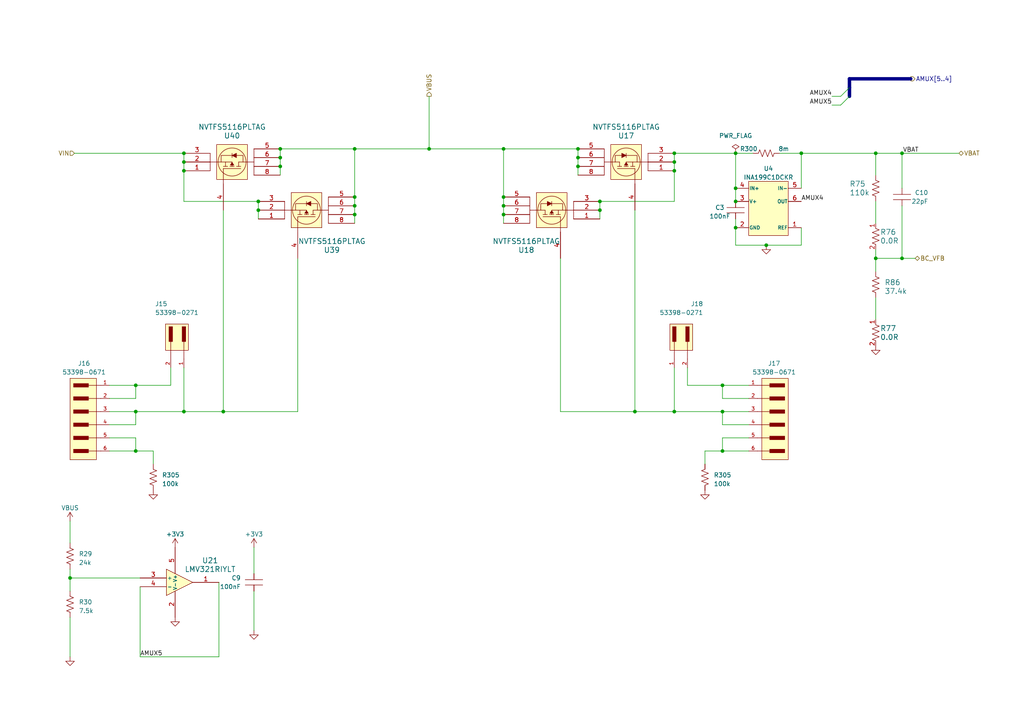
<source format=kicad_sch>
(kicad_sch (version 20230121) (generator eeschema)
  (paper "A4")
  (lib_symbols
    (symbol "533980271:53398-0271" (pin_names (offset 0))
      (property "Reference" "J15" (at -12.7 -1.27 0))
      (property "Value" "53398-0271" (at -12.7 -3.81 0))
      (symbol "53398-0271_1_1"
        (rectangle (start -16.51 6.35) (end -8.89 -0.254) (fill (type background)))
        (rectangle (start -15.748 1.778) (end -11.43 0.762) (fill (type outline)))
        (rectangle (start -15.748 5.588) (end -11.43 4.572) (fill (type outline)))
        (polyline (pts (xy -11.938 1.27) (xy -6.35 1.27)))
        (polyline (pts (xy -11.938 5.08) (xy -6.35 5.08)))
        (pin passive line (at -3.81 5.08 180) (length 2.54) (name "") (number "1"))
        (pin passive line (at -3.81 1.27 180) (length 2.54) (name "") (number "2"))
        (pin no_connect line (at -25.4 5.08 180) (length 2.54) hide (name "MNT_1") (number "3"))
        (pin no_connect line (at -25.4 1.27 180) (length 2.54) hide (name "MNT_2") (number "4"))
      )
    )
    (symbol "533980671:53398-0671" (pin_names (offset 0))
      (property "Reference" "J16" (at -8.89 3.81 0))
      (property "Value" "53398-0671" (at -8.89 1.27 0))
      (symbol "53398-0671_1_1"
        (rectangle (start -12.7 -0.508) (end -5.08 -24.13) (fill (type background)))
        (rectangle (start -11.684 -21.082) (end -7.366 -22.098) (fill (type outline)))
        (rectangle (start -11.684 -17.272) (end -7.366 -18.288) (fill (type outline)))
        (rectangle (start -11.684 -13.462) (end -7.366 -14.478) (fill (type outline)))
        (rectangle (start -11.684 -9.652) (end -7.366 -10.668) (fill (type outline)))
        (rectangle (start -11.684 -5.842) (end -7.366 -6.858) (fill (type outline)))
        (rectangle (start -11.684 -2.032) (end -7.366 -3.048) (fill (type outline)))
        (polyline (pts (xy -9.398 -21.59) (xy -3.81 -21.59)))
        (polyline (pts (xy -9.398 -17.78) (xy -3.81 -17.78)))
        (polyline (pts (xy -9.398 -13.97) (xy -3.81 -13.97)))
        (polyline (pts (xy -9.398 -10.16) (xy -3.81 -10.16)))
        (polyline (pts (xy -9.398 -6.35) (xy -3.81 -6.35)))
        (polyline (pts (xy -9.398 -2.54) (xy -3.81 -2.54)))
        (pin passive line (at -1.27 -2.54 180) (length 2.54) (name "") (number "1"))
        (pin passive line (at -1.27 -6.35 180) (length 2.54) (name "") (number "2"))
        (pin passive line (at -1.27 -10.16 180) (length 2.54) (name "") (number "3"))
        (pin passive line (at -1.27 -13.97 180) (length 2.54) (name "") (number "4"))
        (pin passive line (at -1.27 -17.78 180) (length 2.54) (name "") (number "5"))
        (pin passive line (at -1.27 -21.59 180) (length 2.54) (name "") (number "6"))
        (pin no_connect line (at -21.59 -10.16 180) (length 2.54) hide (name "MNT_1") (number "7"))
        (pin no_connect line (at -21.59 -13.97 180) (length 2.54) hide (name "MNT_2") (number "8"))
      )
    )
    (symbol "C0603C104K5RACTU:C0603C104K5RACTU" (pin_numbers hide) (pin_names (offset 1.016) hide)
      (property "Reference" "C44" (at 5.08 -1.397 0))
      (property "Value" "100nF" (at 5.08 -3.937 0))
      (symbol "C0603C104K5RACTU_1_1"
        (polyline (pts (xy 2.54 -3.302) (xy -2.54 -3.302)))
        (polyline (pts (xy 2.54 -1.778) (xy -2.54 -1.778)))
        (pin passive line (at 0 0 270) (length 1.778) (name "1") (number "1"))
        (pin passive line (at 0 -5.08 90) (length 1.778) (name "2") (number "2"))
      )
    )
    (symbol "C0603C220K5RACAUTO:C0603C220K5RACAUTO" (pin_numbers hide) (pin_names (offset 1.016) hide)
      (property "Reference" "C44" (at 5.08 -1.397 0))
      (property "Value" "22pF" (at 5.08 -3.937 0))
      (symbol "C0603C220K5RACAUTO_1_1"
        (polyline (pts (xy 2.54 -3.302) (xy -2.54 -3.302)))
        (polyline (pts (xy 2.54 -1.778) (xy -2.54 -1.778)))
        (pin passive line (at 0 0 270) (length 1.778) (name "1") (number "1"))
        (pin passive line (at 0 -5.08 90) (length 1.778) (name "2") (number "2"))
      )
    )
    (symbol "CRCW06030000Z0EAHP:CRCW06030000Z0EAHP" (pin_names (offset 0.254))
      (property "Reference" "R" (at 6.35 5.08 0))
      (property "Value" "0.0R" (at 6.35 2.54 0))
      (symbol "CRCW06030000Z0EAHP_0_1"
        (polyline (pts (xy 4.064 0) (xy 3.81 0)))
        (polyline (pts (xy 8.636 0) (xy 8.89 0)))
        (polyline (pts (xy 4.064 0) (xy 4.445 1.016) (xy 4.826 0) (xy 5.207 -1.016) (xy 5.588 0)))
        (polyline (pts (xy 5.588 0) (xy 5.969 1.016) (xy 6.35 0) (xy 6.731 -1.016) (xy 7.112 0)))
        (polyline (pts (xy 7.112 0) (xy 7.493 1.016) (xy 7.874 0) (xy 8.255 -1.016) (xy 8.636 0)))
      )
      (symbol "CRCW06030000Z0EAHP_1_1"
        (pin passive line (at 2.54 0 0) (length 1.27) (name "") (number "1"))
        (pin passive line (at 10.16 0 180) (length 1.27) (name "") (number "2"))
      )
      (symbol "CRCW06030000Z0EAHP_1_2"
        (polyline (pts (xy -1.27 3.175) (xy 1.27 4.445)) (stroke (width 0.2032)))
        (polyline (pts (xy -1.27 5.715) (xy 1.27 6.985)) (stroke (width 0.2032)))
        (polyline (pts (xy -1.27 8.255) (xy 1.27 9.525)) (stroke (width 0.2032)))
        (polyline (pts (xy 0 2.54) (xy -1.27 3.175)) (stroke (width 0.2032)))
        (polyline (pts (xy 1.27 4.445) (xy -1.27 5.715)) (stroke (width 0.2032)))
        (polyline (pts (xy 1.27 6.985) (xy -1.27 8.255)) (stroke (width 0.2032)))
        (polyline (pts (xy 1.27 9.525) (xy 0 10.16)) (stroke (width 0.2032)))
        (pin unspecified line (at 0 12.7 270) (length 2.54) (name "") (number "1"))
        (pin unspecified line (at 0 0 90) (length 2.54) (name "") (number "2"))
      )
    )
    (symbol "CRCW0603100KFKEAHP:CRCW0603100KFKEAHP" (pin_numbers hide) (pin_names (offset 0.762) hide)
      (property "Reference" "R" (at 3.81 5.08 0))
      (property "Value" "100k" (at 3.81 2.54 0))
      (symbol "CRCW0603100KFKEAHP_0_1"
        (polyline (pts (xy 4.064 0) (xy 3.81 0)))
        (polyline (pts (xy 8.636 0) (xy 8.89 0)))
        (polyline (pts (xy 4.064 0) (xy 4.445 1.016) (xy 4.826 0) (xy 5.207 -1.016) (xy 5.588 0)))
        (polyline (pts (xy 5.588 0) (xy 5.969 1.016) (xy 6.35 0) (xy 6.731 -1.016) (xy 7.112 0)))
        (polyline (pts (xy 7.112 0) (xy 7.493 1.016) (xy 7.874 0) (xy 8.255 -1.016) (xy 8.636 0)))
      )
      (symbol "CRCW0603100KFKEAHP_1_1"
        (pin passive line (at 2.54 0 0) (length 1.27) (name "") (number "1"))
        (pin passive line (at 10.16 0 180) (length 1.27) (name "") (number "2"))
      )
    )
    (symbol "CRCW0603110KFKEAHP:CRCW0603110KFKEAHP" (pin_numbers hide) (pin_names (offset 0.254) hide)
      (property "Reference" "R" (at 6.35 5.08 0))
      (property "Value" "110k" (at 6.35 2.54 0))
      (symbol "CRCW0603110KFKEAHP_0_1"
        (polyline (pts (xy 4.064 0) (xy 3.81 0)))
        (polyline (pts (xy 8.636 0) (xy 8.89 0)))
        (polyline (pts (xy 4.064 0) (xy 4.445 1.016) (xy 4.826 0) (xy 5.207 -1.016) (xy 5.588 0)))
        (polyline (pts (xy 5.588 0) (xy 5.969 1.016) (xy 6.35 0) (xy 6.731 -1.016) (xy 7.112 0)))
        (polyline (pts (xy 7.112 0) (xy 7.493 1.016) (xy 7.874 0) (xy 8.255 -1.016) (xy 8.636 0)))
      )
      (symbol "CRCW0603110KFKEAHP_1_1"
        (pin passive line (at 2.54 0 0) (length 1.27) (name "") (number "1"))
        (pin passive line (at 10.16 0 180) (length 1.27) (name "") (number "2"))
      )
      (symbol "CRCW0603110KFKEAHP_1_2"
        (polyline (pts (xy -1.27 3.175) (xy 1.27 4.445)) (stroke (width 0.2032)))
        (polyline (pts (xy -1.27 5.715) (xy 1.27 6.985)) (stroke (width 0.2032)))
        (polyline (pts (xy -1.27 8.255) (xy 1.27 9.525)) (stroke (width 0.2032)))
        (polyline (pts (xy 0 2.54) (xy -1.27 3.175)) (stroke (width 0.2032)))
        (polyline (pts (xy 1.27 4.445) (xy -1.27 5.715)) (stroke (width 0.2032)))
        (polyline (pts (xy 1.27 6.985) (xy -1.27 8.255)) (stroke (width 0.2032)))
        (polyline (pts (xy 1.27 9.525) (xy 0 10.16)) (stroke (width 0.2032)))
        (pin unspecified line (at 0 12.7 270) (length 2.54) (name "") (number "1"))
        (pin unspecified line (at 0 0 90) (length 2.54) (name "") (number "2"))
      )
    )
    (symbol "CRCW060324K0FKEAHP:RES" (pin_numbers hide) (pin_names (offset -2.54) hide)
      (property "Reference" "R" (at 6.35 5.08 0))
      (property "Value" "24k" (at 6.35 2.54 0))
      (symbol "RES_0_1"
        (polyline (pts (xy 4.064 0) (xy 3.81 0)))
        (polyline (pts (xy 8.636 0) (xy 8.89 0)))
        (polyline (pts (xy 4.064 0) (xy 4.445 1.016) (xy 4.826 0) (xy 5.207 -1.016) (xy 5.588 0)))
        (polyline (pts (xy 5.588 0) (xy 5.969 1.016) (xy 6.35 0) (xy 6.731 -1.016) (xy 7.112 0)))
        (polyline (pts (xy 7.112 0) (xy 7.493 1.016) (xy 7.874 0) (xy 8.255 -1.016) (xy 8.636 0)))
      )
      (symbol "RES_1_1"
        (pin passive line (at 2.54 0 0) (length 1.27) (name "") (number "1"))
        (pin passive line (at 10.16 0 180) (length 1.27) (name "") (number "2"))
      )
    )
    (symbol "CRCW060337K4FKEAHP:CRCW060337K4FKEAHP" (pin_numbers hide) (pin_names (offset 0.254) hide)
      (property "Reference" "R" (at 6.35 5.08 0))
      (property "Value" "37.4k" (at 6.35 2.54 0))
      (symbol "CRCW060337K4FKEAHP_0_1"
        (polyline (pts (xy 4.064 0) (xy 3.81 0)))
        (polyline (pts (xy 8.636 0) (xy 8.89 0)))
        (polyline (pts (xy 4.064 0) (xy 4.445 1.016) (xy 4.826 0) (xy 5.207 -1.016) (xy 5.588 0)))
        (polyline (pts (xy 5.588 0) (xy 5.969 1.016) (xy 6.35 0) (xy 6.731 -1.016) (xy 7.112 0)))
        (polyline (pts (xy 7.112 0) (xy 7.493 1.016) (xy 7.874 0) (xy 8.255 -1.016) (xy 8.636 0)))
      )
      (symbol "CRCW060337K4FKEAHP_1_1"
        (pin passive line (at 2.54 0 0) (length 1.27) (name "") (number "1"))
        (pin passive line (at 10.16 0 180) (length 1.27) (name "") (number "2"))
      )
      (symbol "CRCW060337K4FKEAHP_1_2"
        (polyline (pts (xy -1.27 3.175) (xy 1.27 4.445)) (stroke (width 0.2032)))
        (polyline (pts (xy -1.27 5.715) (xy 1.27 6.985)) (stroke (width 0.2032)))
        (polyline (pts (xy -1.27 8.255) (xy 1.27 9.525)) (stroke (width 0.2032)))
        (polyline (pts (xy 0 2.54) (xy -1.27 3.175)) (stroke (width 0.2032)))
        (polyline (pts (xy 1.27 4.445) (xy -1.27 5.715)) (stroke (width 0.2032)))
        (polyline (pts (xy 1.27 6.985) (xy -1.27 8.255)) (stroke (width 0.2032)))
        (polyline (pts (xy 1.27 9.525) (xy 0 10.16)) (stroke (width 0.2032)))
        (pin unspecified line (at 0 12.7 270) (length 2.54) (name "") (number "1"))
        (pin unspecified line (at 0 0 90) (length 2.54) (name "") (number "2"))
      )
    )
    (symbol "CRCW06037K50FKEAHP:CRCW06037K50FKEAHP" (pin_numbers hide) (pin_names (offset 1.016) hide)
      (property "Reference" "R" (at 5.08 5.08 0))
      (property "Value" "7.5k" (at 3.81 2.54 0))
      (symbol "CRCW06037K50FKEAHP_0_1"
        (polyline (pts (xy 4.064 0) (xy 3.81 0)))
        (polyline (pts (xy 8.636 0) (xy 8.89 0)))
        (polyline (pts (xy 4.064 0) (xy 4.445 1.016) (xy 4.826 0) (xy 5.207 -1.016) (xy 5.588 0)))
        (polyline (pts (xy 5.588 0) (xy 5.969 1.016) (xy 6.35 0) (xy 6.731 -1.016) (xy 7.112 0)))
        (polyline (pts (xy 7.112 0) (xy 7.493 1.016) (xy 7.874 0) (xy 8.255 -1.016) (xy 8.636 0)))
      )
      (symbol "CRCW06037K50FKEAHP_1_1"
        (pin passive line (at 2.54 0 0) (length 1.27) (name "") (number "1"))
        (pin passive line (at 10.16 0 180) (length 1.27) (name "") (number "2"))
      )
    )
    (symbol "INA199C1DCKR:INA199xxDCK" (pin_names (offset 0.127))
      (property "Reference" "U" (at 21.336 25.146 0))
      (property "Value" "INA199xxDCK" (at 16.51 22.86 0))
      (symbol "INA199xxDCK_1_1"
        (rectangle (start 16.51 21.082) (end 27.94 5.334) (fill (type background)))
        (pin input line (at 31.75 7.62 180) (length 3.81) (name "REF") (number "1"))
        (pin power_in line (at 12.7 7.62 0) (length 3.81) (name "GND") (number "2"))
        (pin power_in line (at 12.7 15.24 0) (length 3.81) (name "V+") (number "3"))
        (pin input line (at 12.7 19.05 0) (length 3.81) (name "IN+") (number "4"))
        (pin input line (at 31.75 19.05 180) (length 3.81) (name "IN-") (number "5"))
        (pin output line (at 31.75 15.24 180) (length 3.81) (name "OUT") (number "6"))
      )
    )
    (symbol "LMV321RIYLT:LMV321RIYLT" (pin_names (offset 0.254))
      (property "Reference" "U" (at 8.89 -1.27 0))
      (property "Value" "LMV321RIYLT" (at 8.89 -3.81 0))
      (symbol "LMV321RIYLT_1_1"
        (polyline (pts (xy -2.54 5.08) (xy -2.54 -2.54) (xy 5.08 1.27) (xy -2.54 5.08)) (fill (type background)))
        (pin output line (at 12.7 1.27 180) (length 7.62) (name "") (number "1"))
        (pin power_in line (at 0 -8.89 90) (length 7.62) (name "V-") (number "2"))
        (pin input line (at -10.16 2.54 0) (length 7.62) (name "+") (number "3"))
        (pin input line (at -10.16 0 0) (length 7.62) (name "-") (number "4"))
        (pin power_in line (at 0 11.43 270) (length 7.62) (name "V+") (number "5"))
      )
    )
    (symbol "NVTFS5116PLWFTAG:NVTFS5116PLTAG" (pin_names (offset 0.254))
      (property "Reference" "U" (at 35.56 -12.7 0))
      (property "Value" "NVTFS5116PLTAG" (at 35.56 -15.24 0))
      (symbol "NVTFS5116PLTAG_0_1"
        (polyline (pts (xy 13.97 -16.51) (xy 18.415 -16.51)))
        (polyline (pts (xy 18.415 -11.43) (xy 18.415 -16.51)))
        (polyline (pts (xy 19.05 -16.51) (xy 19.05 -15.24)))
        (polyline (pts (xy 19.05 -15.875) (xy 20.32 -15.875)))
        (polyline (pts (xy 19.05 -14.605) (xy 19.05 -13.335)))
        (polyline (pts (xy 19.05 -13.97) (xy 20.32 -13.97)))
        (polyline (pts (xy 19.05 -12.7) (xy 19.05 -11.43)))
        (polyline (pts (xy 19.05 -12.065) (xy 20.32 -12.065)))
        (polyline (pts (xy 19.685 -13.462) (xy 19.685 -13.462)))
        (polyline (pts (xy 20.32 -13.97) (xy 20.32 -20.32)))
        (polyline (pts (xy 20.32 -12.065) (xy 20.32 -7.62)))
        (polyline (pts (xy 21.59 -13.97) (xy 22.86 -13.97)))
        (polyline (pts (xy 22.86 -20.32) (xy 17.78 -20.32)))
        (polyline (pts (xy 24.13 -7.62) (xy 16.51 -7.62)))
        (polyline (pts (xy 20.32 -10.795) (xy 22.225 -10.795) (xy 22.225 -17.145) (xy 20.32 -17.145)))
        (circle (center 20.32 -13.97) (radius 4.066))
      )
      (symbol "NVTFS5116PLTAG_1_1"
        (polyline (pts (xy 19.431 -13.462) (xy 19.431 -14.478) (xy 20.193 -13.97) (xy 19.431 -13.462)) (fill (type outline)))
        (polyline (pts (xy 21.59 -12.7) (xy 22.86 -12.7) (xy 22.225 -13.97) (xy 21.59 -12.7)) (fill (type outline)))
        (rectangle (start 15.24 -9.525) (end 25.4 -18.415) (fill (type background)))
        (pin passive line (at 17.78 -27.94 90) (length 7.62) (name "") (number "1"))
        (pin passive line (at 20.32 -27.94 90) (length 7.62) (name "") (number "2"))
        (pin passive line (at 22.86 -27.94 90) (length 7.62) (name "") (number "3"))
        (pin passive line (at 6.35 -16.51 0) (length 7.62) (name "") (number "4"))
        (pin passive line (at 24.13 0 270) (length 7.62) (name "") (number "5"))
        (pin passive line (at 21.59 0 270) (length 7.62) (name "") (number "6"))
        (pin passive line (at 19.05 0 270) (length 7.62) (name "") (number "7"))
        (pin passive line (at 16.51 0 270) (length 7.62) (name "") (number "8"))
      )
    )
    (symbol "WSL20108L000FEA18:WSL20108L000FEA18" (pin_numbers hide) (pin_names (offset 0.254) hide)
      (property "Reference" "R" (at 6.35 5.08 0))
      (property "Value" "8m" (at 6.35 2.54 0))
      (symbol "WSL20108L000FEA18_0_1"
        (polyline (pts (xy 4.064 0) (xy 3.81 0)))
        (polyline (pts (xy 8.636 0) (xy 8.89 0)))
        (polyline (pts (xy 4.064 0) (xy 4.445 1.016) (xy 4.826 0) (xy 5.207 -1.016) (xy 5.588 0)))
        (polyline (pts (xy 5.588 0) (xy 5.969 1.016) (xy 6.35 0) (xy 6.731 -1.016) (xy 7.112 0)))
        (polyline (pts (xy 7.112 0) (xy 7.493 1.016) (xy 7.874 0) (xy 8.255 -1.016) (xy 8.636 0)))
      )
      (symbol "WSL20108L000FEA18_1_1"
        (pin passive line (at 2.54 0 0) (length 1.27) (name "") (number "1"))
        (pin passive line (at 10.16 0 180) (length 1.27) (name "") (number "2"))
      )
      (symbol "WSL20108L000FEA18_1_2"
        (polyline (pts (xy -1.27 3.175) (xy 1.27 4.445)) (stroke (width 0.2032)))
        (polyline (pts (xy -1.27 5.715) (xy 1.27 6.985)) (stroke (width 0.2032)))
        (polyline (pts (xy -1.27 8.255) (xy 1.27 9.525)) (stroke (width 0.2032)))
        (polyline (pts (xy 0 2.54) (xy -1.27 3.175)) (stroke (width 0.2032)))
        (polyline (pts (xy 1.27 4.445) (xy -1.27 5.715)) (stroke (width 0.2032)))
        (polyline (pts (xy 1.27 6.985) (xy -1.27 8.255)) (stroke (width 0.2032)))
        (polyline (pts (xy 1.27 9.525) (xy 0 10.16)) (stroke (width 0.2032)))
        (pin unspecified line (at 0 12.7 270) (length 2.54) (name "") (number "1"))
        (pin unspecified line (at 0 0 90) (length 2.54) (name "") (number "2"))
      )
    )
    (symbol "power:+3V3" (power) (pin_names (offset 0))
      (property "Value" "+3V3" (at 0 3.556 0))
      (symbol "+3V3_0_1"
        (polyline (pts (xy -0.762 1.27) (xy 0 2.54)))
        (polyline (pts (xy 0 0) (xy 0 2.54)))
        (polyline (pts (xy 0 2.54) (xy 0.762 1.27)))
      )
      (symbol "+3V3_1_1"
        (pin power_in line (at 0 0 90) (length 0) hide (name "+3V3") (number "1"))
      )
    )
    (symbol "power:GND" (power) (pin_names (offset 0))
      (property "Value" "GND" (at 0 -3.81 0))
      (symbol "GND_0_1"
        (polyline (pts (xy 0 0) (xy 0 -1.27) (xy 1.27 -1.27) (xy 0 -2.54) (xy -1.27 -1.27) (xy 0 -1.27)))
      )
      (symbol "GND_1_1"
        (pin power_in line (at 0 0 270) (length 0) hide (name "GND") (number "1"))
      )
    )
    (symbol "power:PWR_FLAG" (power) (pin_numbers hide) (pin_names (offset 0) hide)
      (property "Value" "PWR_FLAG" (at 0 3.81 0))
      (symbol "PWR_FLAG_0_0"
        (pin power_out line (at 0 0 90) (length 0) (name "pwr") (number "1"))
      )
      (symbol "PWR_FLAG_0_1"
        (polyline (pts (xy 0 0) (xy 0 1.27) (xy -1.016 1.905) (xy 0 2.54) (xy 1.016 1.905) (xy 0 1.27)))
      )
    )
    (symbol "power:VBUS" (power) (pin_names (offset 0))
      (property "Value" "VBUS" (at 0 3.81 0))
      (symbol "VBUS_0_1"
        (polyline (pts (xy -0.762 1.27) (xy 0 2.54)))
        (polyline (pts (xy 0 0) (xy 0 2.54)))
        (polyline (pts (xy 0 2.54) (xy 0.762 1.27)))
      )
      (symbol "VBUS_1_1"
        (pin power_in line (at 0 0 90) (length 0) hide (name "VBUS") (number "1"))
      )
    )
  )
  (junction (at 146.05 57.15))
  (junction (at 254 44.45))
  (junction (at 146.05 43.18))
  (junction (at 53.34 44.45))
  (junction (at 64.77 119.38))
  (junction (at 81.28 48.26))
  (junction (at 222.25 71.12))
  (junction (at 209.55 130.81))
  (junction (at 195.58 119.38))
  (junction (at 261.62 74.93))
  (junction (at 74.93 58.42))
  (junction (at 81.28 43.18))
  (junction (at 53.34 46.99))
  (junction (at 102.87 59.69))
  (junction (at 74.93 60.96))
  (junction (at 20.32 167.64))
  (junction (at 81.28 45.72))
  (junction (at 213.36 66.04))
  (junction (at 146.05 59.69))
  (junction (at 102.87 62.23))
  (junction (at 213.36 54.61))
  (junction (at 209.55 119.38))
  (junction (at 146.05 62.23))
  (junction (at 39.37 111.76))
  (junction (at 209.55 111.76))
  (junction (at 184.15 119.38))
  (junction (at 213.36 58.42))
  (junction (at 102.87 43.18))
  (junction (at 173.99 58.42))
  (junction (at 195.58 49.53))
  (junction (at 167.64 45.72))
  (junction (at 195.58 46.99))
  (junction (at 53.34 119.38))
  (junction (at 254 74.93))
  (junction (at 39.37 119.38))
  (junction (at 102.87 57.15))
  (junction (at 232.41 44.45))
  (junction (at 261.62 44.45))
  (junction (at 195.58 44.45))
  (junction (at 167.64 43.18))
  (junction (at 53.34 49.53))
  (junction (at 213.36 44.45))
  (junction (at 173.99 60.96))
  (junction (at 167.64 48.26))
  (junction (at 124.46 43.18))
  (junction (at 39.37 130.81))
  (bus_entry (at 246.38 27.94) (size -2.54 2.54))
  (bus_entry (at 246.38 25.4) (size -2.54 2.54))
  (wire (pts (xy 86.36 119.38) (xy 64.77 119.38)))
  (wire (pts (xy 74.93 58.42) (xy 74.93 60.96)))
  (wire (pts (xy 39.37 111.76) (xy 49.53 111.76)))
  (wire (pts (xy 232.41 71.12) (xy 232.41 66.04)))
  (wire (pts (xy 261.62 74.93) (xy 265.43 74.93)))
  (wire (pts (xy 20.32 151.13) (xy 20.32 157.48)))
  (wire (pts (xy 102.87 43.18) (xy 81.28 43.18)))
  (wire (pts (xy 254 58.42) (xy 254 64.77)))
  (wire (pts (xy 81.28 45.72) (xy 81.28 48.26)))
  (wire (pts (xy 44.45 130.81) (xy 44.45 134.62)))
  (wire (pts (xy 20.32 165.1) (xy 20.32 167.64)))
  (wire (pts (xy 173.99 58.42) (xy 173.99 60.96)))
  (wire (pts (xy 39.37 119.38) (xy 53.34 119.38)))
  (wire (pts (xy 195.58 119.38) (xy 184.15 119.38)))
  (wire (pts (xy 261.62 59.69) (xy 261.62 74.93)))
  (wire (pts (xy 53.34 119.38) (xy 53.34 106.68)))
  (wire (pts (xy 217.17 111.76) (xy 209.55 111.76)))
  (wire (pts (xy 102.87 62.23) (xy 102.87 64.77)))
  (wire (pts (xy 209.55 123.19) (xy 209.55 119.38)))
  (wire (pts (xy 102.87 43.18) (xy 102.87 57.15)))
  (wire (pts (xy 162.56 119.38) (xy 184.15 119.38)))
  (wire (pts (xy 146.05 57.15) (xy 146.05 59.69)))
  (wire (pts (xy 49.53 111.76) (xy 49.53 106.68)))
  (wire (pts (xy 102.87 59.69) (xy 102.87 62.23)))
  (wire (pts (xy 209.55 119.38) (xy 195.58 119.38)))
  (wire (pts (xy 39.37 130.81) (xy 44.45 130.81)))
  (bus (pts (xy 246.38 22.86) (xy 246.38 25.4)) (stroke (width 1)))
  (wire (pts (xy 53.34 58.42) (xy 53.34 49.53)))
  (wire (pts (xy 232.41 44.45) (xy 232.41 54.61)))
  (wire (pts (xy 162.56 74.93) (xy 162.56 119.38)))
  (wire (pts (xy 102.87 57.15) (xy 102.87 59.69)))
  (wire (pts (xy 254 74.93) (xy 261.62 74.93)))
  (wire (pts (xy 209.55 111.76) (xy 199.39 111.76)))
  (wire (pts (xy 63.5 190.5) (xy 63.5 168.91)))
  (wire (pts (xy 21.59 44.45) (xy 53.34 44.45)))
  (wire (pts (xy 217.17 127) (xy 209.55 127)))
  (wire (pts (xy 254 86.36) (xy 254 92.71)))
  (wire (pts (xy 173.99 58.42) (xy 195.58 58.42)))
  (wire (pts (xy 40.64 190.5) (xy 63.5 190.5)))
  (wire (pts (xy 31.75 127) (xy 39.37 127)))
  (wire (pts (xy 213.36 44.45) (xy 218.44 44.45)))
  (wire (pts (xy 217.17 115.57) (xy 209.55 115.57)))
  (wire (pts (xy 204.47 130.81) (xy 204.47 134.62)))
  (wire (pts (xy 146.05 43.18) (xy 167.64 43.18)))
  (wire (pts (xy 213.36 44.45) (xy 213.36 54.61)))
  (wire (pts (xy 222.25 71.12) (xy 213.36 71.12)))
  (wire (pts (xy 124.46 27.94) (xy 124.46 43.18)))
  (wire (pts (xy 39.37 123.19) (xy 39.37 119.38)))
  (wire (pts (xy 40.64 170.18) (xy 40.64 190.5)))
  (wire (pts (xy 184.15 60.96) (xy 184.15 119.38)))
  (wire (pts (xy 222.25 71.12) (xy 232.41 71.12)))
  (wire (pts (xy 226.06 44.45) (xy 232.41 44.45)))
  (wire (pts (xy 195.58 44.45) (xy 195.58 46.99)))
  (wire (pts (xy 261.62 44.45) (xy 278.13 44.45)))
  (wire (pts (xy 217.17 119.38) (xy 209.55 119.38)))
  (wire (pts (xy 173.99 60.96) (xy 173.99 63.5)))
  (wire (pts (xy 64.77 60.96) (xy 64.77 119.38)))
  (wire (pts (xy 213.36 54.61) (xy 213.36 58.42)))
  (wire (pts (xy 241.3 30.48) (xy 243.84 30.48)))
  (wire (pts (xy 167.64 48.26) (xy 167.64 50.8)))
  (wire (pts (xy 146.05 43.18) (xy 146.05 57.15)))
  (wire (pts (xy 146.05 62.23) (xy 146.05 64.77)))
  (wire (pts (xy 31.75 130.81) (xy 39.37 130.81)))
  (wire (pts (xy 213.36 71.12) (xy 213.36 66.04)))
  (bus (pts (xy 246.38 25.4) (xy 246.38 27.94)) (stroke (width 1)))
  (wire (pts (xy 81.28 48.26) (xy 81.28 50.8)))
  (wire (pts (xy 254 72.39) (xy 254 74.93)))
  (bus (pts (xy 246.38 22.86) (xy 264.16 22.86)) (stroke (width 1)))
  (wire (pts (xy 31.75 123.19) (xy 39.37 123.19)))
  (wire (pts (xy 254 74.93) (xy 254 78.74)))
  (wire (pts (xy 20.32 167.64) (xy 20.32 171.45)))
  (wire (pts (xy 232.41 44.45) (xy 254 44.45)))
  (wire (pts (xy 53.34 44.45) (xy 53.34 46.99)))
  (wire (pts (xy 73.66 158.75) (xy 73.66 166.37)))
  (wire (pts (xy 199.39 111.76) (xy 199.39 106.68)))
  (wire (pts (xy 209.55 130.81) (xy 209.55 127)))
  (wire (pts (xy 81.28 43.18) (xy 81.28 45.72)))
  (wire (pts (xy 31.75 115.57) (xy 39.37 115.57)))
  (wire (pts (xy 167.64 45.72) (xy 167.64 48.26)))
  (wire (pts (xy 40.64 167.64) (xy 20.32 167.64)))
  (wire (pts (xy 254 44.45) (xy 261.62 44.45)))
  (wire (pts (xy 124.46 43.18) (xy 102.87 43.18)))
  (wire (pts (xy 209.55 115.57) (xy 209.55 111.76)))
  (wire (pts (xy 39.37 115.57) (xy 39.37 111.76)))
  (wire (pts (xy 241.3 27.94) (xy 243.84 27.94)))
  (wire (pts (xy 195.58 44.45) (xy 213.36 44.45)))
  (wire (pts (xy 73.66 171.45) (xy 73.66 182.88)))
  (wire (pts (xy 195.58 119.38) (xy 195.58 106.68)))
  (wire (pts (xy 261.62 44.45) (xy 261.62 54.61)))
  (wire (pts (xy 86.36 74.93) (xy 86.36 119.38)))
  (wire (pts (xy 209.55 130.81) (xy 204.47 130.81)))
  (wire (pts (xy 167.64 43.18) (xy 167.64 45.72)))
  (wire (pts (xy 217.17 123.19) (xy 209.55 123.19)))
  (wire (pts (xy 74.93 58.42) (xy 53.34 58.42)))
  (wire (pts (xy 53.34 119.38) (xy 64.77 119.38)))
  (wire (pts (xy 31.75 111.76) (xy 39.37 111.76)))
  (wire (pts (xy 217.17 130.81) (xy 209.55 130.81)))
  (wire (pts (xy 146.05 59.69) (xy 146.05 62.23)))
  (wire (pts (xy 195.58 46.99) (xy 195.58 49.53)))
  (wire (pts (xy 53.34 46.99) (xy 53.34 49.53)))
  (wire (pts (xy 39.37 130.81) (xy 39.37 127)))
  (wire (pts (xy 124.46 43.18) (xy 146.05 43.18)))
  (wire (pts (xy 20.32 190.5) (xy 20.32 179.07)))
  (wire (pts (xy 31.75 119.38) (xy 39.37 119.38)))
  (wire (pts (xy 195.58 58.42) (xy 195.58 49.53)))
  (wire (pts (xy 254 44.45) (xy 254 50.8)))
  (wire (pts (xy 74.93 60.96) (xy 74.93 63.5)))
  (wire (pts (xy 213.36 63.5) (xy 213.36 66.04)))
  (label "AMUX4" (at 241.3 27.94 180))
  (label "VBAT" (at 261.8592 44.45 0))
  (label "AMUX5" (at 40.64 190.5 0))
  (label "AMUX4" (at 232.41 58.42 0))
  (label "AMUX5" (at 241.3 30.48 180))
  (hierarchical_label "BC_VFB" (shape bidirectional) (at 265.43 74.93 0))
  (hierarchical_label "VIN" (shape input) (at 21.59 44.45 180))
  (hierarchical_label "AMUX[5..4]" (shape output) (at 264.16 22.86 0))
  (hierarchical_label "VBAT" (shape bidirectional) (at 278.13 44.45 0))
  (hierarchical_label "VBUS" (shape output) (at 124.46 27.94 90))
  (symbol (lib_id "NVTFS5116PLWFTAG:NVTFS5116PLTAG") (at 167.64 67.31 90) (unit 1)
    (property "Reference" "U17" (at 181.61 39.37 90) (effects (font (size 1.524 1.524))))
    (property "Value" "NVTFS5116PLTAG" (at 181.61 36.83 90) (effects (font (size 1.524 1.524))))
    (property "Footprint" "footprints:NVTFS5116PLTAG" (effects hide))
    (property "Datasheet" "https://br.mouser.com/datasheet/2/308/1/NVTFS5116PL_D-2319932.pdf" (effects hide))
  )
  (symbol (lib_id "CRCW06030000Z0EAHP:CRCW06030000Z0EAHP") (at 254 90.17 270) (unit 1)
    (property "Reference" "R77" (at 255.27 95.25 90) (effects (font (size 1.524 1.524)) (justify left)))
    (property "Value" "0.0R" (at 255.27 97.79 90) (effects (font (size 1.524 1.524)) (justify left)))
    (property "Footprint" "footprints:CRCW06030000Z0EAHP" (effects hide))
    (property "Datasheet" "CRCW06030000Z0EAHP" (effects hide))
  )
  (symbol (lib_id "C0603C104K5RACTU:C0603C104K5RACTU") (at 73.66 166.37 0) (unit 1)
    (property "Reference" "C9" (at 69.85 167.64 0) (effects (justify right)))
    (property "Value" "100nF" (at 69.85 170.18 0) (effects (justify right)))
    (property "Footprint" "footprints:C0603C104K5RACTU" (effects hide))
    (property "Datasheet" "https://api.kemet.com/component-edge/download/datasheet/C0603C100J5GACAUTO.pdf" (effects hide))
    (property "automotive" "Yes" (effects hide))
    (property "automotive grade" "Grade 1" (effects hide))
    (property "capacitance" "0.10 μF" (effects hide))
    (property "category" "Cap" (effects hide))
    (property "device class L1" "Passive Components" (effects hide))
    (property "device class L2" "Capacitors" (effects hide))
    (property "device class L3" "Ceramic Capacitors" (effects hide))
    (property "digikey description" "CAP CER 0.1UF 50V X7R 0603" (effects hide))
    (property "digikey part number" "399-5089-2-ND" (effects hide))
    (property "height" "0.87mm" (effects hide))
    (property "lead free" "Yes" (effects hide))
    (property "library id" "73022d3323b2b2b8" (effects hide))
    (property "manufacturer" "KEMET" (effects hide))
    (property "material" "Ceramic" (effects hide))
    (property "mouser part number" "80-C0603C104K5R7867" (effects hide))
    (property "package" "0603" (effects hide))
    (property "rohs" "Yes" (effects hide))
    (property "temperature characteristic" "X7R" (effects hide))
    (property "temperature coefficient" "30ppm/°C" (effects hide))
    (property "temperature range high" "+125°C" (effects hide))
    (property "temperature range low" "-55°C" (effects hide))
    (property "tolerance" "0.1" (effects hide))
    (property "voltage rating" "50 V" (effects hide))
    (instances (project "eps-re_project" (path "" (reference "C9") (unit 1)) (path "" (reference "C95") (unit 1))) (project "Pag4" (path "" (reference "C1") (unit 1))) (project "esquematico 3" (path "" (reference "C301") (unit 1))))
  )
  (symbol (lib_id "power:GND") (at 204.47 142.24 0) (mirror y) (unit 1)
    (property "Reference" "#PWR072" (effects hide))
    (property "Value" "Earth" (effects hide))
    (instances (project "eps-re_project" (path "" (reference "#PWR072") (unit 1)) (path "" (reference "#PWR07") (unit 1))) (project "Pag4" (path "" (reference "#PWR08") (unit 1))) (project "esquematico 3" (path "" (reference "#PWR01") (unit 1))))
  )
  (symbol (lib_id "power:+3V3") (at 73.66 158.75 0) (unit 1)
    (property "Reference" "#PWR040" (effects hide))
    (property "Value" "+3V3" (at 73.66 154.94 0))
    (instances (project "eps-re_project" (path "" (reference "#PWR040") (unit 1)) (path "" (reference "#PWR0126") (unit 1))) (project "Pag4" (path "" (reference "#PWR06") (unit 1))) (project "esquematico 3" (path "" (reference "#PWR03") (unit 1))))
  )
  (symbol (lib_id "CRCW060337K4FKEAHP:CRCW060337K4FKEAHP") (at 254 88.9 90) (unit 1)
    (property "Reference" "R86" (at 256.54 81.915 90) (effects (font (size 1.524 1.524)) (justify right)))
    (property "Value" "37.4k" (at 256.54 84.455 90) (effects (font (size 1.524 1.524)) (justify right)))
    (property "Footprint" "footprints:CRCW060337K4FKEAHP" (effects hide))
    (property "Datasheet" "CRCW060337K4FKEAHP" (effects hide))
  )
  (symbol (lib_id "NVTFS5116PLWFTAG:NVTFS5116PLTAG") (at 81.28 67.31 270) (mirror x) (unit 1)
    (property "Reference" "U40" (at 67.31 39.37 90) (effects (font (size 1.524 1.524))))
    (property "Value" "NVTFS5116PLTAG" (at 67.31 36.83 90) (effects (font (size 1.524 1.524))))
    (property "Footprint" "footprints:NVTFS5116PLTAG" (effects hide))
    (property "Datasheet" "https://br.mouser.com/datasheet/2/308/1/NVTFS5116PL_D-2319932.pdf" (effects hide))
  )
  (symbol (lib_id "NVTFS5116PLWFTAG:NVTFS5116PLTAG") (at 102.87 81.28 270) (mirror x) (unit 1)
    (property "Reference" "U39" (at 96.266 72.517 90) (effects (font (size 1.524 1.524))))
    (property "Value" "NVTFS5116PLTAG" (at 96.266 69.977 90) (effects (font (size 1.524 1.524))))
    (property "Footprint" "footprints:NVTFS5116PLTAG" (effects hide))
    (property "Datasheet" "https://br.mouser.com/datasheet/2/308/1/NVTFS5116PL_D-2319932.pdf" (effects hide))
  )
  (symbol (lib_id "C0603C220K5RACAUTO:C0603C220K5RACAUTO") (at 261.62 54.61 0) (unit 1)
    (property "Reference" "C10" (at 269.24 55.88 0) (effects (justify right)))
    (property "Value" "22pF" (at 269.24 58.42 0) (effects (justify right)))
    (property "Footprint" "footprints:C0603C220K5RACAUTO" (effects hide))
    (property "Datasheet" "https://api.kemet.com/component-edge/download/datasheet/C0603C100J5GACAUTO.pdf" (effects hide))
    (property "automotive" "Yes" (effects hide))
    (property "automotive grade" "Grade 1" (effects hide))
    (property "capacitance" "22 pF" (effects hide))
    (property "category" "Cap" (effects hide))
    (property "device class L1" "Passive Components" (effects hide))
    (property "device class L2" "Capacitors" (effects hide))
    (property "device class L3" "Ceramic Capacitors" (effects hide))
    (property "digikey description" "Cap Ceramic 22pF 50V X7R 10% SMD 0603 125°C Punched Paper T/R" (effects hide))
    (property "digikey part number" "399-13715-2-ND" (effects hide))
    (property "height" "0.87mm" (effects hide))
    (property "lead free" "Yes" (effects hide))
    (property "library id" "f369d16140aeee74" (effects hide))
    (property "manufacturer" "KEMET" (effects hide))
    (property "material" "Ceramic" (effects hide))
    (property "mouser description" "Cap Ceramic 22pF 50V X7R 10% SMD 0603 125°C Punched Paper T/R" (effects hide))
    (property "mouser part number" "80-C0603C220K5RAUTO" (effects hide))
    (property "package" "0603" (effects hide))
    (property "rohs" "Yes" (effects hide))
    (property "temperature characteristic" "X7R" (effects hide))
    (property "temperature coefficient" "30ppm/°C" (effects hide))
    (property "temperature range high" "+125°C" (effects hide))
    (property "temperature range low" "-55°C" (effects hide))
    (property "tolerance" "0.1" (effects hide))
    (property "voltage rating" "50 V" (effects hide))
    (instances (project "eps-re_project" (path "" (reference "C10") (unit 1)) (path "" (reference "C97") (unit 1))) (project "Pag4" (path "" (reference "C3") (unit 1))) (project "esquematico 3" (path "" (reference "C300") (unit 1))))
  )
  (symbol (lib_id "533980671:53398-0671") (at 215.9 109.22 0) (mirror y) (unit 1)
    (property "Reference" "J17" (at 224.536 105.41 0))
    (property "Value" "53398-0671" (at 224.536 107.95 0))
    (property "Footprint" "footprints:533980671" (effects hide))
    (property "Datasheet" "https://www.molex.com/pdm_docs/sd/533980671_sd.pdf" (effects hide))
    (property "category" "Conn" (effects hide))
    (property "contact material" "Tin" (effects hide))
    (property "current rating" "1A" (effects hide))
    (property "device class L1" "Connectors" (effects hide))
    (property "device class L2" "Headers and Wire Housings" (effects hide))
    (property "device class L3" "unset" (effects hide))
    (property "digikey description" "CONN HEADER 6POS 1.25MM VERT SMD" (effects hide))
    (property "digikey part number" "WM7610CT-ND" (effects hide))
    (property "height" "4.9mm" (effects hide))
    (property "is connector" "yes" (effects hide))
    (property "is male" "yes" (effects hide))
    (property "lead free" "yes" (effects hide))
    (property "library id" "da45f97994f845ed" (effects hide))
    (property "manufacturer" "Molex" (effects hide))
    (property "mouser description" "Headers & Wire Housings VERTICAL HDR SMT 6P" (effects hide))
    (property "mouser part number" "538-53398-0671" (effects hide))
    (property "number of contacts" "6" (effects hide))
    (property "number of rows" "1" (effects hide))
    (property "package" "HDR6" (effects hide))
    (property "rohs" "yes" (effects hide))
    (property "standoff height" "0.05mm" (effects hide))
    (property "temperature range high" "+85°C" (effects hide))
    (property "temperature range low" "-40°C" (effects hide))
    (property "voltage rating" "125V" (effects hide))
  )
  (symbol (lib_id "C0603C104K5RACTU:C0603C104K5RACTU") (at 213.36 58.42 0) (unit 1)
    (property "Reference" "C3" (at 208.788 60.198 0))
    (property "Value" "100nF" (at 208.788 62.738 0))
    (property "Footprint" "footprints:C0603C104K5RACTU" (effects hide))
    (property "Datasheet" "https://api.kemet.com/component-edge/download/datasheet/C0603C100J5GACAUTO.pdf" (effects hide))
    (property "automotive" "Yes" (effects hide))
    (property "automotive grade" "Grade 1" (effects hide))
    (property "capacitance" "0.10 μF" (effects hide))
    (property "category" "Cap" (effects hide))
    (property "device class L1" "Passive Components" (effects hide))
    (property "device class L2" "Capacitors" (effects hide))
    (property "device class L3" "Ceramic Capacitors" (effects hide))
    (property "digikey description" "CAP CER 0.1UF 50V X7R 0603" (effects hide))
    (property "digikey part number" "399-5089-2-ND" (effects hide))
    (property "height" "0.87mm" (effects hide))
    (property "lead free" "Yes" (effects hide))
    (property "library id" "73022d3323b2b2b8" (effects hide))
    (property "manufacturer" "KEMET" (effects hide))
    (property "material" "Ceramic" (effects hide))
    (property "mouser part number" "80-C0603C104K5R7867" (effects hide))
    (property "package" "0603" (effects hide))
    (property "rohs" "Yes" (effects hide))
    (property "temperature characteristic" "X7R" (effects hide))
    (property "temperature coefficient" "30ppm/°C" (effects hide))
    (property "temperature range high" "+125°C" (effects hide))
    (property "temperature range low" "-55°C" (effects hide))
    (property "tolerance" "0.1" (effects hide))
    (property "voltage rating" "50 V" (effects hide))
    (instances (project "eps-re_project" (path "" (reference "C3") (unit 1)) (path "" (reference "C4") (unit 1)) (path "" (reference "C41") (unit 1))) (project "EPS Analogico" (path "" (reference "C1") (unit 1))))
  )
  (symbol (lib_id "CRCW06037K50FKEAHP:CRCW06037K50FKEAHP") (at 20.32 181.61 90) (unit 1)
    (property "Reference" "R30" (at 22.86 174.625 90) (effects (justify right)))
    (property "Value" "7.5k" (at 22.86 177.165 90) (effects (justify right)))
    (property "Footprint" "footprints:CRCW06037K50FKEAHP" (effects hide))
    (property "Datasheet" "http://www.vishay.com/docs/20043/crcwhpe3.pdf" (effects hide))
    (property "automotive" "Yes" (effects hide))
    (property "automotive grade" "Grade 0" (effects hide))
    (property "category" "Res" (effects hide))
    (property "composition" "Thick Film" (effects hide))
    (property "device class L1" "Passive Components" (effects hide))
    (property "device class L2" "Resistors" (effects hide))
    (property "device class L3" "Chip SMD Resistors" (effects hide))
    (property "height" "0.55mm" (effects hide))
    (property "ipc land pattern name" "RESC16085X45" (effects hide))
    (property "lead free" "Yes" (effects hide))
    (property "library id" "ac0eb7131481e5d0" (effects hide))
    (property "manufacturer" "Vishay" (effects hide))
    (property "package" "0603" (effects hide))
    (property "power" "250mW" (effects hide))
    (property "power rating" "0.33W" (effects hide))
    (property "resistance" "7.5kΩ" (effects hide))
    (property "rohs" "Yes" (effects hide))
    (property "series" "CRCW-HP e3" (effects hide))
    (property "temperature coefficient" "100ppm/°C" (effects hide))
    (property "temperature range high" "+155°C" (effects hide))
    (property "temperature range low" "-55°C" (effects hide))
    (property "tolerance" "1%" (effects hide))
    (property "voltage rating" "75V" (effects hide))
    (instances (project "eps-re_project" (path "" (reference "R30") (unit 1)) (path "" (reference "R113") (unit 1))) (project "Pag4" (path "" (reference "R2") (unit 1))) (project "esquematico 3" (path "" (reference "R308") (unit 1))))
  )
  (symbol (lib_id "CRCW060324K0FKEAHP:RES") (at 20.32 167.64 90) (unit 1)
    (property "Reference" "R29" (at 22.86 160.655 90) (effects (justify right)))
    (property "Value" "24k" (at 22.86 163.195 90) (effects (justify right)))
    (property "Footprint" "footprints:CRCW060324K0FKEAHP" (effects hide))
    (property "Datasheet" "~" (at 20.32 167.64 0) (effects (font (size 1.524 1.524))))
    (instances (project "eps-re_project" (path "" (reference "R29") (unit 1)) (path "" (reference "R112") (unit 1))) (project "Pag4" (path "" (reference "R1") (unit 1))) (project "esquematico 3" (path "" (reference "R307") (unit 1))))
  )
  (symbol (lib_id "power:GND") (at 50.8 179.07 0) (unit 1)
    (property "Reference" "#PWR041" (effects hide))
    (property "Value" "Earth" (effects hide))
    (instances (project "eps-re_project" (path "" (reference "#PWR041") (unit 1)) (path "" (reference "#PWR0123") (unit 1))) (project "Pag4" (path "" (reference "#PWR07") (unit 1))) (project "esquematico 3" (path "" (reference "#PWR05") (unit 1))))
  )
  (symbol (lib_id "power:+3V3") (at 50.8 158.75 0) (unit 1)
    (property "Reference" "#PWR040" (effects hide))
    (property "Value" "+3V3" (at 50.8 154.94 0))
    (instances (project "eps-re_project" (path "" (reference "#PWR040") (unit 1)) (path "" (reference "#PWR0125") (unit 1))) (project "Pag4" (path "" (reference "#PWR06") (unit 1))) (project "esquematico 3" (path "" (reference "#PWR03") (unit 1))))
  )
  (symbol (lib_id "CRCW0603100KFKEAHP:CRCW0603100KFKEAHP") (at 44.45 144.78 90) (unit 1)
    (property "Reference" "R305" (at 46.99 137.795 90) (effects (justify right)))
    (property "Value" "100k" (at 46.99 140.335 90) (effects (justify right)))
    (property "Footprint" "footprints:CRCW0603100KFKEAHP" (effects hide))
    (property "Datasheet" "http://uk.rs-online.com/web/p/products/1823583" (effects hide))
    (property "Description" "VISHAY - CRCW0603100KFKEAHP - SMD Chip Resistor, 0603 [1608 Metric], 100 kohm, CRCW-HP e3 Series, 75 V, Thick Film, 250 mW" (effects hide))
    (property "Height" "0.55" (effects hide))
    (property "Manufacturer_Name" "Vishay" (effects hide))
    (property "Manufacturer_Part_Number" "CRCW0603100KFKEAHP" (effects hide))
    (property "Mouser Part Number" "71-CRCW0603100KFKEAH" (effects hide))
    (property "Mouser Price/Stock" "https://www.mouser.co.uk/ProductDetail/Vishay-Dale/CRCW0603100KFKEAHP?qs=niDbCuOAQ0Uxys8g4tQWNQ%3D%3D" (effects hide))
    (property "Arrow Part Number" "CRCW0603100KFKEAHP" (effects hide))
    (property "Arrow Price/Stock" "https://www.arrow.com/en/products/crcw0603100kfkeahp/vishay?region=nac" (effects hide))
    (instances (project "eps-re_project" (path "" (reference "R305") (unit 1)) (path "" (reference "R114") (unit 1))) (project "Pag4" (path "" (reference "R3") (unit 1))) (project "esquematico 3" (path "" (reference "R308") (unit 1))))
  )
  (symbol (lib_id "power:PWR_FLAG") (at 213.36 44.45 0) (unit 1)
    (property "Reference" "#FLG09" (effects hide))
    (property "Value" "PWR_FLAG" (at 213.36 39.37 0))
  )
  (symbol (lib_id "power:GND") (at 44.45 142.24 0) (unit 1)
    (property "Reference" "#PWR072" (effects hide))
    (property "Value" "Earth" (effects hide))
    (instances (project "eps-re_project" (path "" (reference "#PWR072") (unit 1)) (path "" (reference "#PWR044") (unit 1))) (project "Pag4" (path "" (reference "#PWR08") (unit 1))) (project "esquematico 3" (path "" (reference "#PWR01") (unit 1))))
  )
  (symbol (lib_id "533980271:53398-0271") (at 48.26 110.49 270) (unit 1)
    (property "Reference" "J15" (at 44.958 88.138 90) (effects (justify left)))
    (property "Value" "53398-0271" (at 44.958 90.678 90) (effects (justify left)))
    (property "Footprint" "footprints:533980271" (effects hide))
    (property "Datasheet" "https://www.molex.com/pdm_docs/sd/533980271_sd.pdf" (effects hide))
    (property "category" "Conn" (effects hide))
    (property "contact material" "Tin" (effects hide))
    (property "current rating" "1A" (effects hide))
    (property "device class L1" "Connectors" (effects hide))
    (property "device class L2" "Headers and Wire Housings" (effects hide))
    (property "device class L3" "unset" (effects hide))
    (property "digikey description" "CONN HEADER 2POS 1.25MM VERT SMD" (effects hide))
    (property "digikey part number" "WM7606CT-ND" (effects hide))
    (property "height" "4.9mm" (effects hide))
    (property "is connector" "yes" (effects hide))
    (property "is male" "yes" (effects hide))
    (property "lead free" "yes" (effects hide))
    (property "library id" "bd646e8792f35d91" (effects hide))
    (property "manufacturer" "Molex" (effects hide))
    (property "mouser description" "Conn Shrouded Header HDR 2 POS 1.25mm Solder ST SMD PicoBladeâ?¢ Embossed T/R" (effects hide))
    (property "mouser part number" "538-53398-0271" (effects hide))
    (property "number of contacts" "2" (effects hide))
    (property "number of rows" "1" (effects hide))
    (property "package" "HDR2" (effects hide))
    (property "rohs" "yes" (effects hide))
    (property "standoff height" "0.05mm" (effects hide))
    (property "temperature range high" "+85°C" (effects hide))
    (property "temperature range low" "-40°C" (effects hide))
    (property "voltage rating" "125V" (effects hide))
  )
  (symbol (lib_id "WSL20108L000FEA18:WSL20108L000FEA18") (at 228.6 44.45 180) (unit 1)
    (property "Reference" "R300" (at 217.17 43.18 0))
    (property "Value" "8m" (at 227.33 43.18 0))
    (property "Footprint" "footprints:WSL20108L000FEA18" (effects hide))
    (property "Datasheet" "WSL20108L000FEA18" (effects hide))
    (instances (project "eps-re_project" (path "" (reference "R300") (unit 1)) (path "" (reference "R116") (unit 1))) (project "Pag4" (path "" (reference "R5") (unit 1))) (project "esquematico 3" (path "" (reference "R300") (unit 1))))
  )
  (symbol (lib_id "CRCW0603110KFKEAHP:CRCW0603110KFKEAHP") (at 254 60.96 90) (unit 1)
    (property "Reference" "R75" (at 246.38 53.34 90) (effects (font (size 1.524 1.524)) (justify right)))
    (property "Value" "110k" (at 246.38 55.88 90) (effects (font (size 1.524 1.524)) (justify right)))
    (property "Footprint" "footprints:CRCW0603110KFKEAHP" (effects hide))
    (property "Datasheet" "CRCW0603110KFKEAHP" (effects hide))
  )
  (symbol (lib_id "power:GND") (at 73.66 182.88 0) (unit 1)
    (property "Reference" "#PWR041" (effects hide))
    (property "Value" "Earth" (effects hide))
    (instances (project "eps-re_project" (path "" (reference "#PWR041") (unit 1)) (path "" (reference "#PWR0127") (unit 1))) (project "Pag4" (path "" (reference "#PWR07") (unit 1))) (project "esquematico 3" (path "" (reference "#PWR05") (unit 1))))
  )
  (symbol (lib_id "INA199C1DCKR:INA199xxDCK") (at 200.66 73.66 0) (unit 1)
    (property "Reference" "U4" (at 222.885 48.895 0))
    (property "Value" "INA199C1DCKR" (at 222.885 51.435 0))
    (property "Footprint" "footprints:INA199C1DCKR " (effects hide))
    (property "Datasheet" "http://www.ti.com/lit/ds/symlink/ina199.pdf" (effects hide))
    (instances (project "eps-re_project" (path "" (reference "U4") (unit 1)) (path "" (reference "U8") (unit 1)) (path "" (reference "U19") (unit 1))) (project "EPS Analogico" (path "" (reference "U1") (unit 1))))
  )
  (symbol (lib_id "CRCW0603100KFKEAHP:CRCW0603100KFKEAHP") (at 204.47 132.08 90) (mirror x) (unit 1)
    (property "Reference" "R305" (at 207.01 137.795 90) (effects (justify right)))
    (property "Value" "100k" (at 207.01 140.335 90) (effects (justify right)))
    (property "Footprint" "footprints:CRCW0603100KFKEAHP" (effects hide))
    (property "Datasheet" "http://uk.rs-online.com/web/p/products/1823583" (effects hide))
    (property "Description" "VISHAY - CRCW0603100KFKEAHP - SMD Chip Resistor, 0603 [1608 Metric], 100 kohm, CRCW-HP e3 Series, 75 V, Thick Film, 250 mW" (effects hide))
    (property "Height" "0.55" (effects hide))
    (property "Manufacturer_Name" "Vishay" (effects hide))
    (property "Manufacturer_Part_Number" "CRCW0603100KFKEAHP" (effects hide))
    (property "Mouser Part Number" "71-CRCW0603100KFKEAH" (effects hide))
    (property "Mouser Price/Stock" "https://www.mouser.co.uk/ProductDetail/Vishay-Dale/CRCW0603100KFKEAHP?qs=niDbCuOAQ0Uxys8g4tQWNQ%3D%3D" (effects hide))
    (property "Arrow Part Number" "CRCW0603100KFKEAHP" (effects hide))
    (property "Arrow Price/Stock" "https://www.arrow.com/en/products/crcw0603100kfkeahp/vishay?region=nac" (effects hide))
    (instances (project "eps-re_project" (path "" (reference "R305") (unit 1)) (path "" (reference "R57") (unit 1))) (project "Pag4" (path "" (reference "R3") (unit 1))) (project "esquematico 3" (path "" (reference "R308") (unit 1))))
  )
  (symbol (lib_id "power:VBUS") (at 20.32 151.13 0) (unit 1)
    (property "Reference" "#PWR035" (effects hide))
    (property "Value" "VBUS" (at 20.32 147.32 0))
    (instances (project "eps-re_project" (path "" (reference "#PWR035") (unit 1)) (path "" (reference "#PWR0121") (unit 1))) (project "Pag4" (path "" (reference "#PWR01") (unit 1))) (project "esquematico 3" (path "" (reference "#PWR02") (unit 1))))
  )
  (symbol (lib_id "533980671:53398-0671") (at 33.02 109.22 0) (unit 1)
    (property "Reference" "J16" (at 24.384 105.41 0))
    (property "Value" "53398-0671" (at 24.384 107.95 0))
    (property "Footprint" "footprints:533980671" (effects hide))
    (property "Datasheet" "https://www.molex.com/pdm_docs/sd/533980671_sd.pdf" (effects hide))
    (property "category" "Conn" (effects hide))
    (property "contact material" "Tin" (effects hide))
    (property "current rating" "1A" (effects hide))
    (property "device class L1" "Connectors" (effects hide))
    (property "device class L2" "Headers and Wire Housings" (effects hide))
    (property "device class L3" "unset" (effects hide))
    (property "digikey description" "CONN HEADER 6POS 1.25MM VERT SMD" (effects hide))
    (property "digikey part number" "WM7610CT-ND" (effects hide))
    (property "height" "4.9mm" (effects hide))
    (property "is connector" "yes" (effects hide))
    (property "is male" "yes" (effects hide))
    (property "lead free" "yes" (effects hide))
    (property "library id" "da45f97994f845ed" (effects hide))
    (property "manufacturer" "Molex" (effects hide))
    (property "mouser description" "Headers & Wire Housings VERTICAL HDR SMT 6P" (effects hide))
    (property "mouser part number" "538-53398-0671" (effects hide))
    (property "number of contacts" "6" (effects hide))
    (property "number of rows" "1" (effects hide))
    (property "package" "HDR6" (effects hide))
    (property "rohs" "yes" (effects hide))
    (property "standoff height" "0.05mm" (effects hide))
    (property "temperature range high" "+85°C" (effects hide))
    (property "temperature range low" "-40°C" (effects hide))
    (property "voltage rating" "125V" (effects hide))
  )
  (symbol (lib_id "power:GND") (at 254 100.33 0) (unit 1)
    (property "Reference" "#PWR044" (effects hide))
    (property "Value" "Earth" (effects hide))
    (instances (project "eps-re_project" (path "" (reference "#PWR044") (unit 1)) (path "" (reference "#PWR0131") (unit 1))) (project "Pag4" (path "" (reference "#PWR011") (unit 1))) (project "esquematico 3" (path "" (reference "#PWR010") (unit 1))))
  )
  (symbol (lib_id "LMV321RIYLT:LMV321RIYLT") (at 50.8 170.18 0) (unit 1)
    (property "Reference" "U21" (at 60.96 162.56 0) (effects (font (size 1.524 1.524))))
    (property "Value" "LMV321RIYLT" (at 60.96 165.1 0) (effects (font (size 1.524 1.524))))
    (property "Footprint" "footprints:LMV321RIYLT" (effects hide))
    (property "Datasheet" "https://www.ti.com/lit/ds/symlink/lmv321a.pdf?ts=1685909774327&ref_url=https%253A%252F%252Fwww.ti.com%252Fproduct%252FLMV321A%253Futm_source%253Dgoogle%2526utm_medium%253Dcpc%2526utm_campaign%253Dasc-amps-null-prodfolderdynamic-cpc-pf-google-wwe_int%2526utm_content%253Dprodfolddynamic%2526ds_k%253DDYNAMIC%2BSEARCH%2BADS%2526DCM%253Dyes%2526gclid%253DCj0KCQjw7PCjBhDwARIsANo7CglKgmrjg2-xP_kD7Sy3eRYNt96GS_9SDH6Nj_DKGAXoq9uQ8th2dkkaAoGDEALw_wcB%2526gclsrc%253Daw.ds" (effects hide))
    (instances (project "eps-re_project" (path "" (reference "U21") (unit 1)) (path "" (reference "U37") (unit 1))) (project "Pag4" (path "" (reference "U1") (unit 1))) (project "esquematico 3" (path "" (reference "U301") (unit 1))))
  )
  (symbol (lib_id "power:GND") (at 222.25 71.12 0) (unit 1)
    (property "Reference" "#PWR05" (effects hide))
    (property "Value" "Earth" (effects hide))
    (instances (project "eps-re_project" (path "" (reference "#PWR05") (unit 1)) (path "" (reference "#PWR018") (unit 1)) (path "" (reference "#PWR08") (unit 1))) (project "EPS Analogico" (path "" (reference "#PWR01") (unit 1))))
  )
  (symbol (lib_id "power:GND") (at 20.32 190.5 0) (unit 1)
    (property "Reference" "#PWR036" (effects hide))
    (property "Value" "Earth" (effects hide))
    (instances (project "eps-re_project" (path "" (reference "#PWR036") (unit 1)) (path "" (reference "#PWR0122") (unit 1))) (project "Pag4" (path "" (reference "#PWR02") (unit 1))) (project "esquematico 3" (path "" (reference "#PWR01") (unit 1))))
  )
  (symbol (lib_id "NVTFS5116PLWFTAG:NVTFS5116PLTAG") (at 146.05 81.28 90) (unit 1)
    (property "Reference" "U18" (at 152.654 72.517 90) (effects (font (size 1.524 1.524))))
    (property "Value" "NVTFS5116PLTAG" (at 152.654 69.977 90) (effects (font (size 1.524 1.524))))
    (property "Footprint" "footprints:NVTFS5116PLTAG" (effects hide))
    (property "Datasheet" "https://br.mouser.com/datasheet/2/308/1/NVTFS5116PL_D-2319932.pdf" (effects hide))
  )
  (symbol (lib_id "CRCW06030000Z0EAHP:CRCW06030000Z0EAHP") (at 254 62.23 270) (unit 1)
    (property "Reference" "R76" (at 255.27 67.31 90) (effects (font (size 1.524 1.524)) (justify left)))
    (property "Value" "0.0R" (at 255.27 69.85 90) (effects (font (size 1.524 1.524)) (justify left)))
    (property "Footprint" "footprints:CRCW06030000Z0EAHP" (effects hide))
    (property "Datasheet" "CRCW06030000Z0EAHP" (effects hide))
  )
  (symbol (lib_id "533980271:53398-0271") (at 200.66 110.49 90) (mirror x) (unit 1)
    (property "Reference" "J18" (at 203.962 88.138 90) (effects (justify left)))
    (property "Value" "53398-0271" (at 203.962 90.678 90) (effects (justify left)))
    (property "Footprint" "footprints:533980271" (effects hide))
    (property "Datasheet" "https://www.molex.com/pdm_docs/sd/533980271_sd.pdf" (effects hide))
    (property "category" "Conn" (effects hide))
    (property "contact material" "Tin" (effects hide))
    (property "current rating" "1A" (effects hide))
    (property "device class L1" "Connectors" (effects hide))
    (property "device class L2" "Headers and Wire Housings" (effects hide))
    (property "device class L3" "unset" (effects hide))
    (property "digikey description" "CONN HEADER 2POS 1.25MM VERT SMD" (effects hide))
    (property "digikey part number" "WM7606CT-ND" (effects hide))
    (property "height" "4.9mm" (effects hide))
    (property "is connector" "yes" (effects hide))
    (property "is male" "yes" (effects hide))
    (property "lead free" "yes" (effects hide))
    (property "library id" "bd646e8792f35d91" (effects hide))
    (property "manufacturer" "Molex" (effects hide))
    (property "mouser description" "Conn Shrouded Header HDR 2 POS 1.25mm Solder ST SMD PicoBladeâ?¢ Embossed T/R" (effects hide))
    (property "mouser part number" "538-53398-0271" (effects hide))
    (property "number of contacts" "2" (effects hide))
    (property "number of rows" "1" (effects hide))
    (property "package" "HDR2" (effects hide))
    (property "rohs" "yes" (effects hide))
    (property "standoff height" "0.05mm" (effects hide))
    (property "temperature range high" "+85°C" (effects hide))
    (property "temperature range low" "-40°C" (effects hide))
    (property "voltage rating" "125V" (effects hide))
  )
)
</source>
